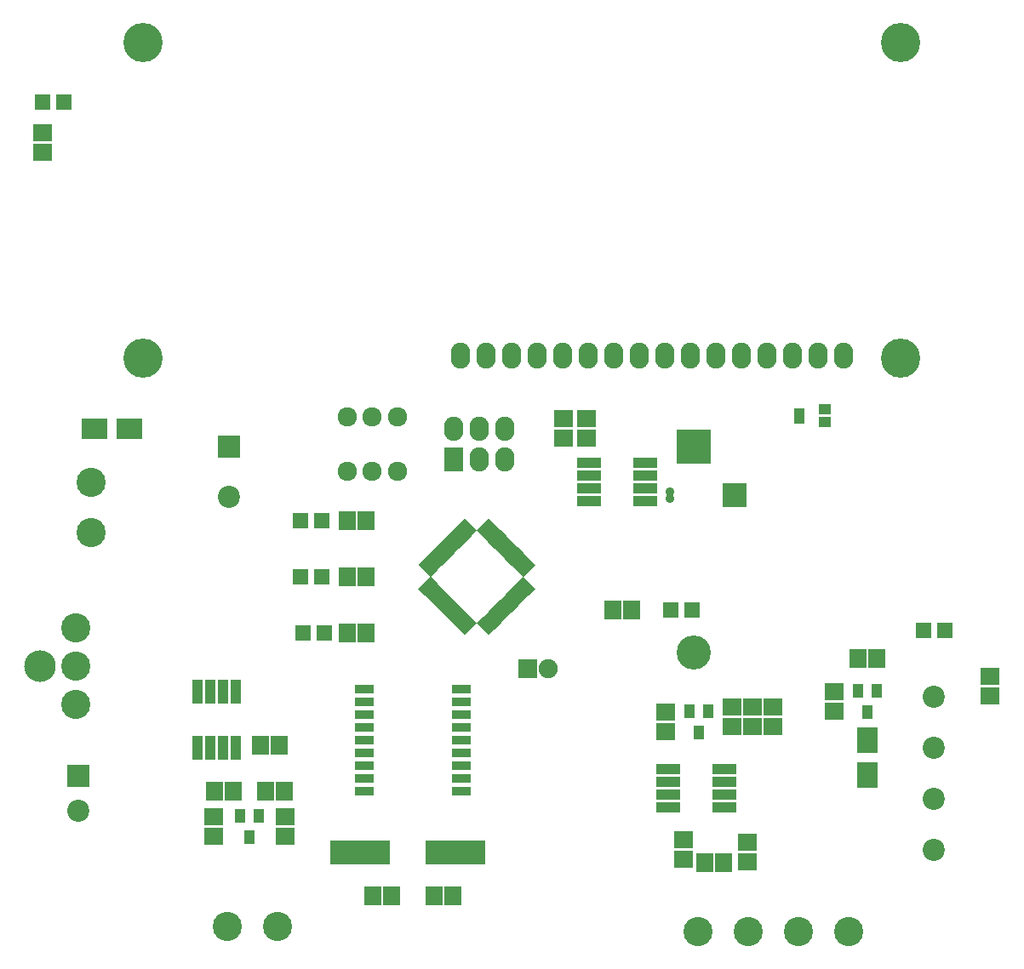
<source format=gbr>
G04 #@! TF.FileFunction,Soldermask,Top*
%FSLAX46Y46*%
G04 Gerber Fmt 4.6, Leading zero omitted, Abs format (unit mm)*
G04 Created by KiCad (PCBNEW 4.0.6) date 07/04/17 11:24:05*
%MOMM*%
%LPD*%
G01*
G04 APERTURE LIST*
%ADD10C,0.100000*%
%ADD11C,3.399740*%
%ADD12R,3.397200X3.397200*%
%ADD13R,2.200000X2.200000*%
%ADD14C,2.200000*%
%ADD15R,1.700480X1.898600*%
%ADD16R,2.500580X2.099260*%
%ADD17R,2.099260X2.500580*%
%ADD18R,1.598880X1.598880*%
%ADD19C,3.900000*%
%ADD20O,1.900000X2.600000*%
%ADD21C,2.900000*%
%ADD22R,1.924000X2.398980*%
%ADD23O,1.924000X2.398980*%
%ADD24R,0.999440X1.400760*%
%ADD25R,1.898600X1.700480*%
%ADD26R,1.200100X0.999440*%
%ADD27R,1.101040X1.499820*%
%ADD28R,2.398980X0.999440*%
%ADD29C,2.899360*%
%ADD30C,3.148280*%
%ADD31C,1.924000*%
%ADD32R,0.999440X2.398980*%
%ADD33R,1.830020X0.951180*%
%ADD34O,0.900000X0.900000*%
%ADD35R,2.400000X2.400000*%
%ADD36R,5.899100X2.398980*%
%ADD37R,1.900000X1.900000*%
%ADD38C,1.900000*%
G04 APERTURE END LIST*
D10*
D11*
X87122000Y-85039200D03*
D12*
X87122000Y-64541400D03*
D13*
X40894000Y-64556000D03*
D14*
X40894000Y-69556000D03*
D13*
X25908000Y-97310000D03*
D14*
X25908000Y-100810000D03*
D15*
X46418500Y-98806000D03*
X44513500Y-98806000D03*
X63182500Y-109220000D03*
X61277500Y-109220000D03*
X39433500Y-98806000D03*
X41338500Y-98806000D03*
X55181500Y-109220000D03*
X57086500Y-109220000D03*
D16*
X30939740Y-62738000D03*
X27480260Y-62738000D03*
D17*
X104394000Y-93774260D03*
X104394000Y-97233740D03*
D18*
X22318980Y-30226000D03*
X24417020Y-30226000D03*
X112047020Y-82804000D03*
X109948980Y-82804000D03*
X50325020Y-83058000D03*
X48226980Y-83058000D03*
X50071020Y-77470000D03*
X47972980Y-77470000D03*
X50071020Y-71882000D03*
X47972980Y-71882000D03*
D19*
X107700000Y-55700000D03*
X32300000Y-55700000D03*
X32300000Y-24300000D03*
X107700000Y-24300000D03*
D20*
X102000000Y-55500000D03*
X99460000Y-55500000D03*
X96920000Y-55500000D03*
X94380000Y-55500000D03*
X91840000Y-55500000D03*
X89300000Y-55500000D03*
X86760000Y-55500000D03*
X84220000Y-55500000D03*
X81680000Y-55500000D03*
X79140000Y-55500000D03*
X76600000Y-55500000D03*
X74060000Y-55500000D03*
X71520000Y-55500000D03*
X68980000Y-55500000D03*
X66440000Y-55500000D03*
X63900000Y-55500000D03*
D21*
X102496000Y-112776000D03*
X97496000Y-112776000D03*
X87496000Y-112776000D03*
X92496000Y-112776000D03*
D22*
X63246000Y-65780920D03*
D23*
X63246000Y-62743080D03*
X65786000Y-65780920D03*
X65786000Y-62743080D03*
X68326000Y-65780920D03*
X68326000Y-62743080D03*
D21*
X40680000Y-112268000D03*
X45680000Y-112268000D03*
D24*
X105346500Y-88859360D03*
X104394000Y-90972640D03*
X103441500Y-88859360D03*
X88582500Y-90891360D03*
X87630000Y-93004640D03*
X86677500Y-90891360D03*
D25*
X76454000Y-63690500D03*
X76454000Y-61785500D03*
X74168000Y-63690500D03*
X74168000Y-61785500D03*
D15*
X103441500Y-85598000D03*
X105346500Y-85598000D03*
D25*
X101092000Y-90868500D03*
X101092000Y-88963500D03*
X22352000Y-33337500D03*
X22352000Y-35242500D03*
X116586000Y-87439500D03*
X116586000Y-89344500D03*
X46482000Y-101409500D03*
X46482000Y-103314500D03*
X39370000Y-101409500D03*
X39370000Y-103314500D03*
X90932000Y-92392500D03*
X90932000Y-90487500D03*
X84328000Y-92900500D03*
X84328000Y-90995500D03*
D15*
X52641500Y-83058000D03*
X54546500Y-83058000D03*
D25*
X94996000Y-92392500D03*
X94996000Y-90487500D03*
X92964000Y-90487500D03*
X92964000Y-92392500D03*
D15*
X52641500Y-77470000D03*
X54546500Y-77470000D03*
X52641500Y-71882000D03*
X54546500Y-71882000D03*
X45910500Y-94234000D03*
X44005500Y-94234000D03*
D25*
X86106000Y-105600500D03*
X86106000Y-103695500D03*
D15*
X90106500Y-105918000D03*
X88201500Y-105918000D03*
D25*
X92456000Y-103949500D03*
X92456000Y-105854500D03*
D14*
X110998000Y-99568000D03*
X110998000Y-94488000D03*
X110998000Y-89408000D03*
X110998000Y-104648000D03*
D26*
X100106480Y-62118240D03*
D27*
X97607120Y-61468000D03*
D26*
X100106480Y-60817760D03*
D10*
G36*
X62650235Y-73351690D02*
X63852656Y-74554111D01*
X63180071Y-75226696D01*
X61977650Y-74024275D01*
X62650235Y-73351690D01*
X62650235Y-73351690D01*
G37*
G36*
X62086275Y-73915650D02*
X63288696Y-75118071D01*
X62616111Y-75790656D01*
X61413690Y-74588235D01*
X62086275Y-73915650D01*
X62086275Y-73915650D01*
G37*
G36*
X61520519Y-74481407D02*
X62722940Y-75683828D01*
X62050355Y-76356413D01*
X60847934Y-75153992D01*
X61520519Y-74481407D01*
X61520519Y-74481407D01*
G37*
G36*
X60954763Y-75047163D02*
X62157184Y-76249584D01*
X61484599Y-76922169D01*
X60282178Y-75719748D01*
X60954763Y-75047163D01*
X60954763Y-75047163D01*
G37*
G36*
X60389007Y-75612919D02*
X61591428Y-76815340D01*
X60918843Y-77487925D01*
X59716422Y-76285504D01*
X60389007Y-75612919D01*
X60389007Y-75612919D01*
G37*
G36*
X64347504Y-71654422D02*
X65549925Y-72856843D01*
X64877340Y-73529428D01*
X63674919Y-72327007D01*
X64347504Y-71654422D01*
X64347504Y-71654422D01*
G37*
G36*
X63781748Y-72220178D02*
X64984169Y-73422599D01*
X64311584Y-74095184D01*
X63109163Y-72892763D01*
X63781748Y-72220178D01*
X63781748Y-72220178D01*
G37*
G36*
X63215992Y-72785934D02*
X64418413Y-73988355D01*
X63745828Y-74660940D01*
X62543407Y-73458519D01*
X63215992Y-72785934D01*
X63215992Y-72785934D01*
G37*
G36*
X60918843Y-77452075D02*
X61591428Y-78124660D01*
X60389007Y-79327081D01*
X59716422Y-78654496D01*
X60918843Y-77452075D01*
X60918843Y-77452075D01*
G37*
G36*
X61484599Y-78017831D02*
X62157184Y-78690416D01*
X60954763Y-79892837D01*
X60282178Y-79220252D01*
X61484599Y-78017831D01*
X61484599Y-78017831D01*
G37*
G36*
X62050355Y-78583587D02*
X62722940Y-79256172D01*
X61520519Y-80458593D01*
X60847934Y-79786008D01*
X62050355Y-78583587D01*
X62050355Y-78583587D01*
G37*
G36*
X62616111Y-79149344D02*
X63288696Y-79821929D01*
X62086275Y-81024350D01*
X61413690Y-80351765D01*
X62616111Y-79149344D01*
X62616111Y-79149344D01*
G37*
G36*
X63180071Y-79713304D02*
X63852656Y-80385889D01*
X62650235Y-81588310D01*
X61977650Y-80915725D01*
X63180071Y-79713304D01*
X63180071Y-79713304D01*
G37*
G36*
X63745828Y-80279060D02*
X64418413Y-80951645D01*
X63215992Y-82154066D01*
X62543407Y-81481481D01*
X63745828Y-80279060D01*
X63745828Y-80279060D01*
G37*
G36*
X64311584Y-80844816D02*
X64984169Y-81517401D01*
X63781748Y-82719822D01*
X63109163Y-82047237D01*
X64311584Y-80844816D01*
X64311584Y-80844816D01*
G37*
G36*
X64877340Y-81410572D02*
X65549925Y-82083157D01*
X64347504Y-83285578D01*
X63674919Y-82612993D01*
X64877340Y-81410572D01*
X64877340Y-81410572D01*
G37*
G36*
X66186660Y-81410572D02*
X67389081Y-82612993D01*
X66716496Y-83285578D01*
X65514075Y-82083157D01*
X66186660Y-81410572D01*
X66186660Y-81410572D01*
G37*
G36*
X66752416Y-80844816D02*
X67954837Y-82047237D01*
X67282252Y-82719822D01*
X66079831Y-81517401D01*
X66752416Y-80844816D01*
X66752416Y-80844816D01*
G37*
G36*
X67318172Y-80279060D02*
X68520593Y-81481481D01*
X67848008Y-82154066D01*
X66645587Y-80951645D01*
X67318172Y-80279060D01*
X67318172Y-80279060D01*
G37*
G36*
X67883929Y-79713304D02*
X69086350Y-80915725D01*
X68413765Y-81588310D01*
X67211344Y-80385889D01*
X67883929Y-79713304D01*
X67883929Y-79713304D01*
G37*
G36*
X68447889Y-79149344D02*
X69650310Y-80351765D01*
X68977725Y-81024350D01*
X67775304Y-79821929D01*
X68447889Y-79149344D01*
X68447889Y-79149344D01*
G37*
G36*
X69013645Y-78583587D02*
X70216066Y-79786008D01*
X69543481Y-80458593D01*
X68341060Y-79256172D01*
X69013645Y-78583587D01*
X69013645Y-78583587D01*
G37*
G36*
X69579401Y-78017831D02*
X70781822Y-79220252D01*
X70109237Y-79892837D01*
X68906816Y-78690416D01*
X69579401Y-78017831D01*
X69579401Y-78017831D01*
G37*
G36*
X70145157Y-77452075D02*
X71347578Y-78654496D01*
X70674993Y-79327081D01*
X69472572Y-78124660D01*
X70145157Y-77452075D01*
X70145157Y-77452075D01*
G37*
G36*
X70674993Y-75612919D02*
X71347578Y-76285504D01*
X70145157Y-77487925D01*
X69472572Y-76815340D01*
X70674993Y-75612919D01*
X70674993Y-75612919D01*
G37*
G36*
X70109237Y-75047163D02*
X70781822Y-75719748D01*
X69579401Y-76922169D01*
X68906816Y-76249584D01*
X70109237Y-75047163D01*
X70109237Y-75047163D01*
G37*
G36*
X69543481Y-74481407D02*
X70216066Y-75153992D01*
X69013645Y-76356413D01*
X68341060Y-75683828D01*
X69543481Y-74481407D01*
X69543481Y-74481407D01*
G37*
G36*
X68977725Y-73915650D02*
X69650310Y-74588235D01*
X68447889Y-75790656D01*
X67775304Y-75118071D01*
X68977725Y-73915650D01*
X68977725Y-73915650D01*
G37*
G36*
X68413765Y-73351690D02*
X69086350Y-74024275D01*
X67883929Y-75226696D01*
X67211344Y-74554111D01*
X68413765Y-73351690D01*
X68413765Y-73351690D01*
G37*
G36*
X67848008Y-72785934D02*
X68520593Y-73458519D01*
X67318172Y-74660940D01*
X66645587Y-73988355D01*
X67848008Y-72785934D01*
X67848008Y-72785934D01*
G37*
G36*
X67282252Y-72220178D02*
X67954837Y-72892763D01*
X66752416Y-74095184D01*
X66079831Y-73422599D01*
X67282252Y-72220178D01*
X67282252Y-72220178D01*
G37*
G36*
X66716496Y-71654422D02*
X67389081Y-72327007D01*
X66186660Y-73529428D01*
X65514075Y-72856843D01*
X66716496Y-71654422D01*
X66716496Y-71654422D01*
G37*
D28*
X82296000Y-69977000D03*
X82296000Y-68707000D03*
X82296000Y-67437000D03*
X82296000Y-66167000D03*
X76708000Y-66167000D03*
X76708000Y-67437000D03*
X76708000Y-68707000D03*
X76708000Y-69977000D03*
D29*
X25654000Y-82550000D03*
X25654000Y-86360000D03*
X25654000Y-90170000D03*
D30*
X22105620Y-86360000D03*
D31*
X57618000Y-66962000D03*
X55118000Y-66962000D03*
X52618000Y-66962000D03*
X57618000Y-61562000D03*
X55118000Y-61562000D03*
X52618000Y-61562000D03*
D24*
X43878500Y-101305360D03*
X42926000Y-103418640D03*
X41973500Y-101305360D03*
D32*
X41529000Y-88900000D03*
X40259000Y-88900000D03*
X38989000Y-88900000D03*
X37719000Y-88900000D03*
X37719000Y-94488000D03*
X38989000Y-94488000D03*
X40259000Y-94488000D03*
X41529000Y-94488000D03*
D33*
X54371240Y-88646000D03*
X54371240Y-89916000D03*
X54371240Y-91186000D03*
X54371240Y-92456000D03*
X54371240Y-93726000D03*
X54371240Y-94996000D03*
X54371240Y-96266000D03*
X54371240Y-97536000D03*
X54371240Y-98806000D03*
X63992760Y-98806000D03*
X63992760Y-97536000D03*
X63992760Y-96266000D03*
X63992760Y-94996000D03*
X63992760Y-93726000D03*
X63992760Y-92456000D03*
X63992760Y-91186000D03*
X63992760Y-89916000D03*
X63992760Y-88646000D03*
D28*
X84582000Y-96647000D03*
X84582000Y-97917000D03*
X84582000Y-99187000D03*
X84582000Y-100457000D03*
X90170000Y-100457000D03*
X90170000Y-99187000D03*
X90170000Y-97917000D03*
X90170000Y-96647000D03*
D34*
X84714000Y-69692000D03*
X84714000Y-68992000D03*
D35*
X91184000Y-69342000D03*
D36*
X63423800Y-104902000D03*
X53924200Y-104902000D03*
D37*
X70628000Y-86614000D03*
D38*
X72628000Y-86614000D03*
D21*
X27178000Y-68112000D03*
X27178000Y-73112000D03*
D18*
X84802980Y-80772000D03*
X86901020Y-80772000D03*
D15*
X80962500Y-80772000D03*
X79057500Y-80772000D03*
M02*

</source>
